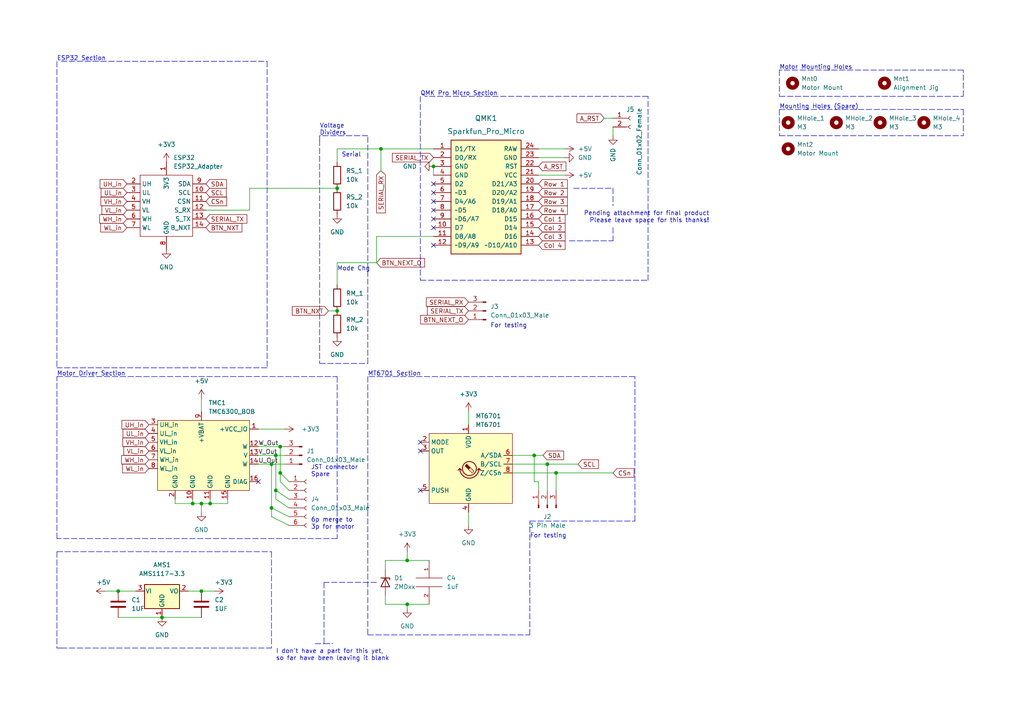
<source format=kicad_sch>
(kicad_sch (version 20211123) (generator eeschema)
  (paper "A4")
  (lib_symbols
    (symbol "Arduino Pro Micro:Sparkfun_Pro_Micro" (pin_names (offset 1.016))
      (property "Reference" "U" (at -8.89 21.59 0))
      (property "Value" "Sparkfun_Pro_Micro" (at 0 19.05 0))
      (symbol "Sparkfun_Pro_Micro_0_1"
        (rectangle (start -10.16 17.78) (end 10.16 -15.24) (stroke (width 0.254)) (fill (type background)))
      )
      (symbol "Sparkfun_Pro_Micro_1_1"
        (pin bidirectional line (at -15.24 15.24 0) (length 5.08) (name "D1/TX") (number "1"))
        (pin bidirectional line (at -15.24 -7.62 0) (length 5.08) (name "D7") (number "10"))
        (pin bidirectional line (at -15.24 -10.16 0) (length 5.08) (name "D8/A8") (number "11"))
        (pin bidirectional line (at -15.24 -12.7 0) (length 5.08) (name "~D9/A9") (number "12"))
        (pin bidirectional line (at 15.24 -12.7 180) (length 5.08) (name "~D10/A10") (number "13"))
        (pin bidirectional line (at 15.24 -10.16 180) (length 5.08) (name "D16") (number "14"))
        (pin bidirectional line (at 15.24 -7.62 180) (length 5.08) (name "D14") (number "15"))
        (pin bidirectional line (at 15.24 -5.08 180) (length 5.08) (name "D15") (number "16"))
        (pin bidirectional line (at 15.24 -2.54 180) (length 5.08) (name "D18/A0") (number "17"))
        (pin bidirectional line (at 15.24 0 180) (length 5.08) (name "D19/A1") (number "18"))
        (pin bidirectional line (at 15.24 2.54 180) (length 5.08) (name "D20/A2") (number "19"))
        (pin bidirectional line (at -15.24 12.7 0) (length 5.08) (name "D0/RX") (number "2"))
        (pin bidirectional line (at 15.24 5.08 180) (length 5.08) (name "D21/A3") (number "20"))
        (pin power_in line (at 15.24 7.62 180) (length 5.08) (name "VCC") (number "21"))
        (pin input line (at 15.24 10.16 180) (length 5.08) (name "RST") (number "22"))
        (pin power_in line (at 15.24 12.7 180) (length 5.08) (name "GND") (number "23"))
        (pin power_in line (at 15.24 15.24 180) (length 5.08) (name "RAW") (number "24"))
        (pin power_in line (at -15.24 10.16 0) (length 5.08) (name "GND") (number "3"))
        (pin power_in line (at -15.24 7.62 0) (length 5.08) (name "GND") (number "4"))
        (pin bidirectional line (at -15.24 5.08 0) (length 5.08) (name "D2") (number "5"))
        (pin bidirectional line (at -15.24 2.54 0) (length 5.08) (name "~D3") (number "6"))
        (pin bidirectional line (at -15.24 0 0) (length 5.08) (name "D4/A6") (number "7"))
        (pin bidirectional line (at -15.24 -2.54 0) (length 5.08) (name "~D5") (number "8"))
        (pin bidirectional line (at -15.24 -5.08 0) (length 5.08) (name "~D6/A7") (number "9"))
      )
    )
    (symbol "Connector:Conn_01x02_Female" (pin_names (offset 1.016) hide)
      (property "Reference" "J" (at 0 2.54 0))
      (property "Value" "Conn_01x02_Female" (at 0 -5.08 0))
      (symbol "Conn_01x02_Female_1_1"
        (arc (start 0 -2.032) (mid -0.508 -2.54) (end 0 -3.048) (stroke (width 0.1524)))
        (polyline (pts (xy -1.27 -2.54) (xy -0.508 -2.54)) (stroke (width 0.1524)))
        (polyline (pts (xy -1.27 0) (xy -0.508 0)) (stroke (width 0.1524)))
        (arc (start 0 0.508) (mid -0.508 0) (end 0 -0.508) (stroke (width 0.1524)))
        (pin passive line (at -5.08 0 0) (length 3.81) (name "Pin_1") (number "1"))
        (pin passive line (at -5.08 -2.54 0) (length 3.81) (name "Pin_2") (number "2"))
      )
    )
    (symbol "Connector:Conn_01x03_Male" (pin_names (offset 1.016) hide)
      (property "Reference" "J" (at 0 5.08 0))
      (property "Value" "Conn_01x03_Male" (at 0 -5.08 0))
      (symbol "Conn_01x03_Male_1_1"
        (polyline (pts (xy 1.27 -2.54) (xy 0.8636 -2.54)) (stroke (width 0.1524)))
        (polyline (pts (xy 1.27 0) (xy 0.8636 0)) (stroke (width 0.1524)))
        (polyline (pts (xy 1.27 2.54) (xy 0.8636 2.54)) (stroke (width 0.1524)))
        (rectangle (start 0.8636 -2.413) (end 0 -2.667) (stroke (width 0.1524)) (fill (type outline)))
        (rectangle (start 0.8636 0.127) (end 0 -0.127) (stroke (width 0.1524)) (fill (type outline)))
        (rectangle (start 0.8636 2.667) (end 0 2.413) (stroke (width 0.1524)) (fill (type outline)))
        (pin passive line (at 5.08 2.54 180) (length 3.81) (name "Pin_1") (number "1"))
        (pin passive line (at 5.08 0 180) (length 3.81) (name "Pin_2") (number "2"))
        (pin passive line (at 5.08 -2.54 180) (length 3.81) (name "Pin_3") (number "3"))
      )
    )
    (symbol "Connector:Conn_01x06_Female" (pin_names (offset 1.016) hide)
      (property "Reference" "J" (at 0 7.62 0))
      (property "Value" "Conn_01x06_Female" (at 0 -10.16 0))
      (symbol "Conn_01x06_Female_1_1"
        (arc (start 0 -7.112) (mid -0.508 -7.62) (end 0 -8.128) (stroke (width 0.1524)))
        (arc (start 0 -4.572) (mid -0.508 -5.08) (end 0 -5.588) (stroke (width 0.1524)))
        (arc (start 0 -2.032) (mid -0.508 -2.54) (end 0 -3.048) (stroke (width 0.1524)))
        (polyline (pts (xy -1.27 -7.62) (xy -0.508 -7.62)) (stroke (width 0.1524)))
        (polyline (pts (xy -1.27 -5.08) (xy -0.508 -5.08)) (stroke (width 0.1524)))
        (polyline (pts (xy -1.27 -2.54) (xy -0.508 -2.54)) (stroke (width 0.1524)))
        (polyline (pts (xy -1.27 0) (xy -0.508 0)) (stroke (width 0.1524)))
        (polyline (pts (xy -1.27 2.54) (xy -0.508 2.54)) (stroke (width 0.1524)))
        (polyline (pts (xy -1.27 5.08) (xy -0.508 5.08)) (stroke (width 0.1524)))
        (arc (start 0 0.508) (mid -0.508 0) (end 0 -0.508) (stroke (width 0.1524)))
        (arc (start 0 3.048) (mid -0.508 2.54) (end 0 2.032) (stroke (width 0.1524)))
        (arc (start 0 5.588) (mid -0.508 5.08) (end 0 4.572) (stroke (width 0.1524)))
        (pin passive line (at -5.08 5.08 0) (length 3.81) (name "Pin_1") (number "1"))
        (pin passive line (at -5.08 2.54 0) (length 3.81) (name "Pin_2") (number "2"))
        (pin passive line (at -5.08 0 0) (length 3.81) (name "Pin_3") (number "3"))
        (pin passive line (at -5.08 -2.54 0) (length 3.81) (name "Pin_4") (number "4"))
        (pin passive line (at -5.08 -5.08 0) (length 3.81) (name "Pin_5") (number "5"))
        (pin passive line (at -5.08 -7.62 0) (length 3.81) (name "Pin_6") (number "6"))
      )
    )
    (symbol "Device:C" (pin_numbers hide) (pin_names (offset 0.254))
      (property "Reference" "C" (at 0.635 2.54 0))
      (property "Value" "C" (at 0.635 -2.54 0))
      (symbol "C_0_1"
        (polyline (pts (xy -2.032 -0.762) (xy 2.032 -0.762)) (stroke (width 0.508)))
        (polyline (pts (xy -2.032 0.762) (xy 2.032 0.762)) (stroke (width 0.508)))
      )
      (symbol "C_1_1"
        (pin passive line (at 0 3.81 270) (length 2.794) (name "~") (number "1"))
        (pin passive line (at 0 -3.81 90) (length 2.794) (name "~") (number "2"))
      )
    )
    (symbol "Device:R" (pin_numbers hide) (pin_names (offset 0))
      (property "Reference" "R" (at 2.032 0 90))
      (property "Value" "R" (at 0 0 90))
      (symbol "R_0_1"
        (rectangle (start -1.016 -2.54) (end 1.016 2.54) (stroke (width 0.254)))
      )
      (symbol "R_1_1"
        (pin passive line (at 0 3.81 270) (length 1.27) (name "~") (number "1"))
        (pin passive line (at 0 -3.81 90) (length 1.27) (name "~") (number "2"))
      )
    )
    (symbol "Diode:ZMDxx" (pin_numbers hide) (pin_names (offset 1.016) hide)
      (property "Reference" "D" (at 0 2.54 0))
      (property "Value" "ZMDxx" (at 0 -2.54 0))
      (symbol "ZMDxx_0_1"
        (polyline (pts (xy 1.27 0) (xy -1.27 0)))
        (polyline (pts (xy -1.27 -1.27) (xy -1.27 1.27) (xy -0.762 1.27)) (stroke (width 0.254)))
        (polyline (pts (xy 1.27 -1.27) (xy 1.27 1.27) (xy -1.27 0) (xy 1.27 -1.27)) (stroke (width 0.254)))
      )
      (symbol "ZMDxx_1_1"
        (pin passive line (at -3.81 0 0) (length 2.54) (name "K") (number "1"))
        (pin passive line (at 3.81 0 180) (length 2.54) (name "A") (number "2"))
      )
    )
    (symbol "MT6701:MT6701"
      (property "Reference" "U" (at 10.16 11.43 0))
      (property "Value" "MT6701" (at 10.16 13.97 0))
      (symbol "MT6701_0_1"
        (rectangle (start -11.43 10.16) (end 12.7 -10.16) (fill (type background)))
        (arc (start -2.54 0) (mid 0.254 -2.794) (end 3.048 0) (stroke (width 0.254)))
        (polyline (pts (xy -2.54 0) (xy -3.048 -0.508)) (stroke (width 0.254)))
        (polyline (pts (xy -2.54 0) (xy -2.032 -0.508)) (stroke (width 0.254)))
        (polyline (pts (xy 3.048 0) (xy 2.54 -0.508)) (stroke (width 0.254)))
        (polyline (pts (xy 3.048 0) (xy 3.556 -0.508)) (stroke (width 0.254)))
      )
      (symbol "MT6701_1_1"
        (polyline (pts (xy 0.508 0.254) (xy 1.524 -0.762) (xy 1.016 -1.27) (xy 0 -0.254)))
        (polyline (pts (xy -0.508 1.27) (xy 0.508 0.254) (xy 0 -0.254) (xy -1.016 0.762) (xy -0.762 1.016) (xy -0.508 1.27) (xy -0.381 1.143)) (fill (type outline)))
        (circle (center 0.254 0) (radius 2.032) (stroke (width 0.254)))
        (pin power_in line (at 0 12.7 270) (length 2.54) (name "VDD") (number "1"))
        (pin input line (at -13.97 7.62 0) (length 2.54) (name "MODE") (number "2"))
        (pin input line (at -13.97 5.08 0) (length 2.54) (name "OUT") (number "3"))
        (pin power_in line (at 0 -12.7 90) (length 2.54) (name "GND") (number "4"))
        (pin input line (at -13.97 -6.35 0) (length 2.54) (name "PUSH") (number "5"))
        (pin bidirectional line (at 12.7 3.81 180) (length 2.54) (name "A/SDA") (number "6"))
        (pin bidirectional line (at 12.7 1.27 180) (length 2.54) (name "B/SCL") (number "7"))
        (pin bidirectional line (at 12.7 -1.27 180) (length 2.54) (name "Z/CSn") (number "8"))
      )
    )
    (symbol "Mechanical:MountingHole" (pin_names (offset 1.016))
      (property "Reference" "H" (at 0 5.08 0))
      (property "Value" "MountingHole" (at 0 3.175 0))
      (symbol "MountingHole_0_1"
        (circle (center 0 0) (radius 1.27) (stroke (width 1.27)))
      )
    )
    (symbol "Regulator_Linear:AMS1117-3.3" (pin_names (offset 0.254))
      (property "Reference" "U" (at -3.81 3.175 0))
      (property "Value" "AMS1117-3.3" (at 0 3.175 0))
      (symbol "AMS1117-3.3_0_1"
        (rectangle (start -5.08 -5.08) (end 5.08 1.905) (stroke (width 0.254)) (fill (type background)))
      )
      (symbol "AMS1117-3.3_1_1"
        (pin power_in line (at 0 -7.62 90) (length 2.54) (name "GND") (number "1"))
        (pin power_out line (at 7.62 0 180) (length 2.54) (name "VO") (number "2"))
        (pin power_in line (at -7.62 0 0) (length 2.54) (name "VI") (number "3"))
      )
    )
    (symbol "TMC6300_BOB:TMC6300_BOB"
      (property "Reference" "U" (at 10.16 12.7 0))
      (property "Value" "TMC6300_BOB" (at 10.16 15.24 0))
      (symbol "TMC6300_BOB_0_1"
        (rectangle (start -12.7 10.16) (end 13.97 -10.16) (fill (type background)))
      )
      (symbol "TMC6300_BOB_1_1"
        (pin input line (at 16.51 7.62 180) (length 2.54) (name "+VCC_IO") (number "1"))
        (pin power_in line (at -2.54 -12.7 90) (length 2.54) (name "GND") (number "10"))
        (pin power_in line (at 2.54 -12.7 90) (length 2.54) (name "GND") (number "11"))
        (pin output line (at 16.51 2.54 180) (length 2.54) (name "W") (number "12"))
        (pin output line (at 16.51 0 180) (length 2.54) (name "V") (number "13"))
        (pin output line (at 16.51 -2.54 180) (length 2.54) (name "W") (number "14"))
        (pin power_in line (at 7.62 -12.7 90) (length 2.54) (name "GND") (number "15"))
        (pin output line (at 16.51 -7.62 180) (length 2.54) (name "DIAG") (number "16"))
        (pin power_in line (at -7.62 -12.7 90) (length 2.54) (name "GND") (number "2"))
        (pin input line (at -15.24 8.89 0) (length 2.54) (name "UH_in") (number "3"))
        (pin input line (at -15.24 6.35 0) (length 2.54) (name "UL_in") (number "4"))
        (pin input line (at -15.24 3.81 0) (length 2.54) (name "VH_in") (number "5"))
        (pin input line (at -15.24 1.27 0) (length 2.54) (name "VL_in") (number "6"))
        (pin input line (at -15.24 -1.27 0) (length 2.54) (name "WH_in") (number "7"))
        (pin input line (at -15.24 -3.81 0) (length 2.54) (name "WL_in") (number "8"))
        (pin power_in line (at 0 12.7 270) (length 2.54) (name "+VBAT") (number "9"))
      )
    )
    (symbol "Wemos S2 Mini (BETA):ESP32_Adapter"
      (property "Reference" "U" (at 2.54 11.43 0))
      (property "Value" "ESP32_Adapter" (at 8.89 8.89 0))
      (symbol "ESP32_Adapter_0_1"
        (rectangle (start -7.62 7.62) (end 7.62 -10.16))
      )
      (symbol "ESP32_Adapter_1_1"
        (pin passive line (at 0 11.43 270) (length 3.81) (name "3V3") (number "1"))
        (pin passive line (at 11.43 2.54 180) (length 3.81) (name "SCL") (number "10"))
        (pin passive line (at 11.43 0 180) (length 3.81) (name "CSN") (number "11"))
        (pin passive line (at 11.43 -2.54 180) (length 3.81) (name "S_RX") (number "12"))
        (pin passive line (at 11.43 -5.08 180) (length 3.81) (name "S_TX") (number "13"))
        (pin passive line (at 11.43 -7.62 180) (length 3.81) (name "B_NXT") (number "14"))
        (pin passive line (at -11.43 5.08 0) (length 3.81) (name "UH") (number "2"))
        (pin passive line (at -11.43 2.54 0) (length 3.81) (name "UL") (number "3"))
        (pin passive line (at -11.43 0 0) (length 3.81) (name "VH") (number "4"))
        (pin passive line (at -11.43 -2.54 0) (length 3.81) (name "VL") (number "5"))
        (pin passive line (at -11.43 -5.08 0) (length 3.81) (name "WH") (number "6"))
        (pin passive line (at -11.43 -7.62 0) (length 3.81) (name "WL") (number "7"))
        (pin passive line (at 0 -13.97 90) (length 3.81) (name "GND") (number "8"))
        (pin passive line (at 11.43 5.08 180) (length 3.81) (name "SDA") (number "9"))
      )
    )
    (symbol "power:+3.3V" (power) (pin_names (offset 0))
      (property "Value" "+3.3V" (at 0 3.556 0))
      (symbol "+3.3V_0_1"
        (polyline (pts (xy -0.762 1.27) (xy 0 2.54)))
        (polyline (pts (xy 0 0) (xy 0 2.54)))
        (polyline (pts (xy 0 2.54) (xy 0.762 1.27)))
      )
      (symbol "+3.3V_1_1"
        (pin power_in line (at 0 0 90) (length 0) hide (name "+3V3") (number "1"))
      )
    )
    (symbol "power:+3V3" (power) (pin_names (offset 0))
      (property "Value" "+3V3" (at 0 3.556 0))
      (symbol "+3V3_0_1"
        (polyline (pts (xy -0.762 1.27) (xy 0 2.54)))
        (polyline (pts (xy 0 0) (xy 0 2.54)))
        (polyline (pts (xy 0 2.54) (xy 0.762 1.27)))
      )
      (symbol "+3V3_1_1"
        (pin power_in line (at 0 0 90) (length 0) hide (name "+3V3") (number "1"))
      )
    )
    (symbol "power:+5V" (power) (pin_names (offset 0))
      (property "Value" "+5V" (at 0 3.556 0))
      (symbol "+5V_0_1"
        (polyline (pts (xy -0.762 1.27) (xy 0 2.54)))
        (polyline (pts (xy 0 0) (xy 0 2.54)))
        (polyline (pts (xy 0 2.54) (xy 0.762 1.27)))
      )
      (symbol "+5V_1_1"
        (pin power_in line (at 0 0 90) (length 0) hide (name "+5V") (number "1"))
      )
    )
    (symbol "power:GND" (power) (pin_names (offset 0))
      (property "Value" "GND" (at 0 -3.81 0))
      (symbol "GND_0_1"
        (polyline (pts (xy 0 0) (xy 0 -1.27) (xy 1.27 -1.27) (xy 0 -2.54) (xy -1.27 -1.27) (xy 0 -1.27)))
      )
      (symbol "GND_1_1"
        (pin power_in line (at 0 0 270) (length 0) hide (name "GND") (number "1"))
      )
    )
    (symbol "pspice:CAP" (pin_names (offset 0.254))
      (property "Reference" "C" (at 2.54 3.81 90))
      (property "Value" "CAP" (at 2.54 -3.81 90))
      (symbol "CAP_0_1"
        (polyline (pts (xy -3.81 -1.27) (xy 3.81 -1.27)))
        (polyline (pts (xy -3.81 1.27) (xy 3.81 1.27)))
      )
      (symbol "CAP_1_1"
        (pin passive line (at 0 6.35 270) (length 5.08) (name "~") (number "1"))
        (pin passive line (at 0 -6.35 90) (length 5.08) (name "~") (number "2"))
      )
    )
  )
  (junction (at 118.11 175.26))
  (junction (at 97.79 54.61))
  (junction (at 80.01 142.24))
  (junction (at 81.28 137.16))
  (junction (at 154.94 132.08))
  (junction (at 34.29 171.45))
  (junction (at 58.42 146.05))
  (junction (at 80.01 132.08))
  (junction (at 78.74 147.32))
  (junction (at 81.28 129.54))
  (junction (at 78.74 134.62))
  (junction (at 60.96 146.05))
  (junction (at 158.75 134.62))
  (junction (at 125.73 48.26))
  (junction (at 118.11 162.56))
  (junction (at 55.88 146.05))
  (junction (at 110.49 43.18))
  (junction (at 97.79 90.17))
  (junction (at 46.99 179.07))
  (junction (at 161.29 137.16))
  (junction (at 58.42 171.45))
  (no_connect (at 121.92 142.24))
  (no_connect (at 125.73 60.96))
  (no_connect (at 125.73 66.04))
  (no_connect (at 125.73 55.88))
  (no_connect (at 121.92 128.27))
  (no_connect (at 121.92 130.81))
  (no_connect (at 125.73 63.5))
  (no_connect (at 74.93 139.7))
  (no_connect (at 125.73 53.34))
  (no_connect (at 125.73 71.12))
  (no_connect (at 125.73 58.42))
  (polyline (pts (xy 92.71 40.64) (xy 92.71 105.41)))
  (wire (pts (xy 80.01 132.08) (xy 82.55 132.08)))
  (wire (pts (xy 78.74 134.62) (xy 78.74 147.32)))
  (polyline (pts (xy 77.47 17.78) (xy 77.47 106.68)))
  (wire (pts (xy 55.88 146.05) (xy 58.42 146.05)))
  (polyline (pts (xy 109.22 168.91) (xy 93.98 168.91)))
  (wire (pts (xy 59.69 60.96) (xy 72.39 60.96)))
  (polyline (pts (xy 17.78 187.96) (xy 16.51 187.96)))
  (wire (pts (xy 74.93 132.08) (xy 80.01 132.08)))
  (wire (pts (xy 148.59 134.62) (xy 158.75 134.62)))
  (wire (pts (xy 97.79 43.18) (xy 110.49 43.18)))
  (polyline (pts (xy 106.68 105.41) (xy 106.68 39.37)))
  (wire (pts (xy 58.42 171.45) (xy 62.23 171.45)))
  (polyline (pts (xy 187.96 81.28) (xy 187.96 27.94)))
  (wire (pts (xy 74.93 124.46) (xy 82.55 124.46)))
  (polyline (pts (xy 93.98 168.91) (xy 93.98 186.69)))
  (wire (pts (xy 109.22 68.58) (xy 109.22 76.2)))
  (polyline (pts (xy 184.15 109.22) (xy 106.68 109.22)))
  (polyline (pts (xy 177.8 66.04) (xy 177.8 69.85)))
  (polyline (pts (xy 226.06 31.75) (xy 279.4 31.75)))
  (wire (pts (xy 58.42 146.05) (xy 58.42 148.59)))
  (polyline (pts (xy 187.96 27.94) (xy 123.19 27.94)))
  (polyline (pts (xy 17.78 17.78) (xy 77.47 17.78)))
  (polyline (pts (xy 97.79 109.22) (xy 97.79 156.21)))
  (wire (pts (xy 148.59 132.08) (xy 154.94 132.08)))
  (wire (pts (xy 50.8 144.78) (xy 50.8 146.05)))
  (polyline (pts (xy 121.92 81.28) (xy 187.96 81.28)))
  (polyline (pts (xy 91.44 186.69) (xy 93.98 186.69)))
  (wire (pts (xy 156.21 45.72) (xy 163.83 45.72)))
  (wire (pts (xy 135.89 119.38) (xy 135.89 123.19)))
  (wire (pts (xy 161.29 137.16) (xy 177.8 137.16)))
  (polyline (pts (xy 153.67 151.13) (xy 184.15 151.13)))
  (wire (pts (xy 78.74 149.86) (xy 78.74 147.32)))
  (wire (pts (xy 154.94 132.08) (xy 157.48 132.08)))
  (wire (pts (xy 60.96 146.05) (xy 58.42 146.05)))
  (wire (pts (xy 135.89 148.59) (xy 135.89 152.4)))
  (wire (pts (xy 154.94 132.08) (xy 154.94 139.7)))
  (wire (pts (xy 97.79 43.18) (xy 97.79 46.99)))
  (polyline (pts (xy 16.51 160.02) (xy 78.74 160.02)))
  (wire (pts (xy 109.22 68.58) (xy 125.73 68.58)))
  (wire (pts (xy 148.59 137.16) (xy 161.29 137.16)))
  (polyline (pts (xy 92.71 105.41) (xy 106.68 105.41)))
  (polyline (pts (xy 121.92 27.94) (xy 121.92 81.28)))
  (wire (pts (xy 118.11 175.26) (xy 118.11 176.53)))
  (polyline (pts (xy 106.68 184.15) (xy 153.67 184.15)))
  (wire (pts (xy 81.28 137.16) (xy 83.82 139.7)))
  (polyline (pts (xy 226.06 31.75) (xy 226.06 39.37)))
  (wire (pts (xy 83.82 147.32) (xy 80.01 144.78)))
  (wire (pts (xy 54.61 171.45) (xy 58.42 171.45)))
  (wire (pts (xy 55.88 144.78) (xy 55.88 146.05)))
  (wire (pts (xy 125.73 48.26) (xy 125.73 50.8)))
  (wire (pts (xy 156.21 43.18) (xy 163.83 43.18)))
  (wire (pts (xy 95.25 90.17) (xy 97.79 90.17)))
  (polyline (pts (xy 279.4 31.75) (xy 279.4 39.37)))
  (wire (pts (xy 66.04 144.78) (xy 66.04 146.05)))
  (wire (pts (xy 81.28 139.7) (xy 81.28 137.16)))
  (wire (pts (xy 34.29 171.45) (xy 39.37 171.45)))
  (wire (pts (xy 97.79 76.2) (xy 97.79 82.55)))
  (polyline (pts (xy 153.67 184.15) (xy 153.67 151.13)))
  (wire (pts (xy 83.82 142.24) (xy 81.28 139.7)))
  (polyline (pts (xy 16.51 109.22) (xy 97.79 109.22)))
  (polyline (pts (xy 226.06 20.32) (xy 226.06 27.94)))
  (wire (pts (xy 83.82 152.4) (xy 78.74 149.86)))
  (wire (pts (xy 124.46 162.56) (xy 118.11 162.56)))
  (wire (pts (xy 78.74 134.62) (xy 82.55 134.62)))
  (wire (pts (xy 46.99 179.07) (xy 58.42 179.07)))
  (wire (pts (xy 80.01 142.24) (xy 83.82 144.78)))
  (wire (pts (xy 80.01 132.08) (xy 80.01 142.24)))
  (wire (pts (xy 158.75 134.62) (xy 158.75 142.24)))
  (wire (pts (xy 154.94 139.7) (xy 156.21 139.7)))
  (polyline (pts (xy 92.71 39.37) (xy 92.71 40.64)))
  (polyline (pts (xy 106.68 39.37) (xy 92.71 39.37)))
  (polyline (pts (xy 226.06 27.94) (xy 279.4 27.94)))
  (wire (pts (xy 110.49 43.18) (xy 110.49 49.53)))
  (wire (pts (xy 81.28 129.54) (xy 81.28 137.16)))
  (wire (pts (xy 34.29 179.07) (xy 46.99 179.07)))
  (polyline (pts (xy 17.78 187.96) (xy 78.74 187.96)))
  (polyline (pts (xy 16.51 156.21) (xy 16.51 109.22)))
  (wire (pts (xy 81.28 129.54) (xy 82.55 129.54)))
  (wire (pts (xy 74.93 134.62) (xy 78.74 134.62)))
  (wire (pts (xy 72.39 54.61) (xy 97.79 54.61)))
  (polyline (pts (xy 106.68 109.22) (xy 106.68 184.15)))
  (polyline (pts (xy 184.15 151.13) (xy 184.15 109.22)))
  (polyline (pts (xy 77.47 106.68) (xy 16.51 106.68)))
  (wire (pts (xy 50.8 146.05) (xy 55.88 146.05)))
  (wire (pts (xy 111.76 162.56) (xy 118.11 162.56)))
  (polyline (pts (xy 165.1 69.85) (xy 177.8 69.85)))
  (wire (pts (xy 124.46 175.26) (xy 118.11 175.26)))
  (wire (pts (xy 111.76 172.72) (xy 111.76 175.26)))
  (wire (pts (xy 66.04 146.05) (xy 60.96 146.05)))
  (polyline (pts (xy 166.37 54.61) (xy 177.8 54.61)))
  (wire (pts (xy 80.01 144.78) (xy 80.01 142.24)))
  (wire (pts (xy 83.82 149.86) (xy 78.74 147.32)))
  (wire (pts (xy 74.93 129.54) (xy 81.28 129.54)))
  (wire (pts (xy 177.8 36.83) (xy 177.8 39.37)))
  (wire (pts (xy 111.76 165.1) (xy 111.76 162.56)))
  (wire (pts (xy 156.21 139.7) (xy 156.21 142.24)))
  (wire (pts (xy 58.42 115.57) (xy 58.42 119.38)))
  (wire (pts (xy 161.29 137.16) (xy 161.29 142.24)))
  (wire (pts (xy 109.22 76.2) (xy 97.79 76.2)))
  (polyline (pts (xy 97.79 156.21) (xy 16.51 156.21)))
  (polyline (pts (xy 226.06 39.37) (xy 279.4 39.37)))
  (polyline (pts (xy 16.51 160.02) (xy 16.51 187.96)))
  (polyline (pts (xy 177.8 54.61) (xy 177.8 59.69)))
  (wire (pts (xy 60.96 144.78) (xy 60.96 146.05)))
  (wire (pts (xy 158.75 134.62) (xy 167.64 134.62)))
  (wire (pts (xy 30.48 171.45) (xy 34.29 171.45)))
  (wire (pts (xy 156.21 50.8) (xy 163.83 50.8)))
  (wire (pts (xy 111.76 175.26) (xy 118.11 175.26)))
  (wire (pts (xy 118.11 162.56) (xy 118.11 160.02)))
  (wire (pts (xy 72.39 60.96) (xy 72.39 54.61)))
  (wire (pts (xy 175.26 34.29) (xy 177.8 34.29)))
  (polyline (pts (xy 78.74 160.02) (xy 78.74 187.96)))
  (polyline (pts (xy 16.51 17.78) (xy 16.51 106.68)))
  (polyline (pts (xy 279.4 20.32) (xy 226.06 20.32)))
  (wire (pts (xy 110.49 43.18) (xy 125.73 43.18)))
  (polyline (pts (xy 279.4 27.94) (xy 279.4 20.32)))
  (polyline (pts (xy 93.98 186.69) (xy 96.52 186.69)))
  (text "Mode Chg" (at 97.79 78.74 0) (effects (font (size 1.27 1.27)) (justify left bottom)))
  (text "For testing" (at 142.24 95.25 0) (effects (font (size 1.27 1.27)) (justify left bottom)))
  (text "Pending attachment for final product\nPlease leave space for this thanks!" (at 205.74 64.77 0) (effects (font (size 1.27 1.27)) (justify right bottom)))
  (text "6p merge to \n3p for motor" (at 90.17 153.67 0) (effects (font (size 1.27 1.27)) (justify left bottom)))
  (text "JST connector\nSpare" (at 90.17 138.43 0) (effects (font (size 1.27 1.27)) (justify left bottom)))
  (text "Motor Mounting Holes" (at 226.06 20.32 0) (effects (font (size 1.27 1.27)) (justify left bottom)))
  (text "For testing" (at 153.67 156.21 0) (effects (font (size 1.27 1.27)) (justify left bottom)))
  (text "Serial" (at 99.06 45.72 0) (effects (font (size 1.27 1.27)) (justify left bottom)))
  (text "ESP32 Section" (at 16.51 17.78 0) (effects (font (size 1.27 1.27)) (justify left bottom)))
  (text "Mounting Holes (Spare)" (at 226.06 31.75 0) (effects (font (size 1.27 1.27)) (justify left bottom)))
  (text "Voltage\nDividers" (at 92.71 39.37 0) (effects (font (size 1.27 1.27)) (justify left bottom)))
  (text "MT6701 Section" (at 106.68 109.22 0) (effects (font (size 1.27 1.27)) (justify left bottom)))
  (text "I don't have a part for this yet, \nso far have been leaving it blank" (at 80.01 191.77 0) (effects (font (size 1.27 1.27)) (justify left bottom)))
  (text "QMK Pro Micro Section" (at 121.92 27.94 0) (effects (font (size 1.27 1.27)) (justify left bottom)))
  (text "Motor Driver Section" (at 16.51 109.22 0) (effects (font (size 1.27 1.27)) (justify left bottom)))
  (label "W_Out" (at 74.93 129.54 0))
  (label "V_Out" (at 74.93 132.08 0))
  (label "U_Out" (at 74.93 134.62 0))
  (global_label "UL_in" (shape input) (at 43.18 125.73 180) (property "Intersheet References" "${INTERSHEET_REFS}" (effects hide)))
  (global_label "A_RST" (shape input) (at 175.26 34.29 180) (property "Intersheet References" "${INTERSHEET_REFS}" (effects hide)))
  (global_label "SERIAL_RX" (shape input) (at 135.89 87.63 180) (property "Intersheet References" "${INTERSHEET_REFS}" (effects hide)))
  (global_label "Row 1" (shape input) (at 156.21 53.34 0) (property "Intersheet References" "${INTERSHEET_REFS}" (effects hide)))
  (global_label "VH_in" (shape input) (at 36.83 58.42 180) (property "Intersheet References" "${INTERSHEET_REFS}" (effects hide)))
  (global_label "WH_in" (shape input) (at 43.18 133.35 180) (property "Intersheet References" "${INTERSHEET_REFS}" (effects hide)))
  (global_label "SERIAL_TX" (shape input) (at 125.73 45.72 180) (property "Intersheet References" "${INTERSHEET_REFS}" (effects hide)))
  (global_label "WL_in" (shape input) (at 36.83 66.04 180) (property "Intersheet References" "${INTERSHEET_REFS}" (effects hide)))
  (global_label "BTN_NEXT_O" (shape input) (at 135.89 92.71 180) (property "Intersheet References" "${INTERSHEET_REFS}" (effects hide)))
  (global_label "BTN_NXT" (shape input) (at 59.69 66.04 0) (property "Intersheet References" "${INTERSHEET_REFS}" (effects hide)))
  (global_label "Col 3" (shape input) (at 156.21 68.58 0) (property "Intersheet References" "${INTERSHEET_REFS}" (effects hide)))
  (global_label "BTN_NEXT_O" (shape input) (at 109.22 76.2 0) (property "Intersheet References" "${INTERSHEET_REFS}" (effects hide)))
  (global_label "SDA" (shape input) (at 157.48 132.08 0) (property "Intersheet References" "${INTERSHEET_REFS}" (effects hide)))
  (global_label "SCL" (shape input) (at 59.69 55.88 0) (property "Intersheet References" "${INTERSHEET_REFS}" (effects hide)))
  (global_label "UH_in" (shape input) (at 36.83 53.34 180) (property "Intersheet References" "${INTERSHEET_REFS}" (effects hide)))
  (global_label "BTN_NXT" (shape input) (at 95.25 90.17 180) (property "Intersheet References" "${INTERSHEET_REFS}" (effects hide)))
  (global_label "Col 1" (shape input) (at 156.21 63.5 0) (property "Intersheet References" "${INTERSHEET_REFS}" (effects hide)))
  (global_label "Row 4" (shape input) (at 156.21 60.96 0) (property "Intersheet References" "${INTERSHEET_REFS}" (effects hide)))
  (global_label "Row 3" (shape input) (at 156.21 58.42 0) (property "Intersheet References" "${INTERSHEET_REFS}" (effects hide)))
  (global_label "SERIAL_RX" (shape input) (at 110.49 49.53 270) (property "Intersheet References" "${INTERSHEET_REFS}" (effects hide)))
  (global_label "CSn" (shape input) (at 177.8 137.16 0) (property "Intersheet References" "${INTERSHEET_REFS}" (effects hide)))
  (global_label "Row 2" (shape input) (at 156.21 55.88 0) (property "Intersheet References" "${INTERSHEET_REFS}" (effects hide)))
  (global_label "Col 4" (shape input) (at 156.21 71.12 0) (property "Intersheet References" "${INTERSHEET_REFS}" (effects hide)))
  (global_label "VH_in" (shape input) (at 43.18 128.27 180) (property "Intersheet References" "${INTERSHEET_REFS}" (effects hide)))
  (global_label "SERIAL_TX" (shape input) (at 59.69 63.5 0) (property "Intersheet References" "${INTERSHEET_REFS}" (effects hide)))
  (global_label "CSn" (shape input) (at 59.69 58.42 0) (property "Intersheet References" "${INTERSHEET_REFS}" (effects hide)))
  (global_label "VL_in" (shape input) (at 43.18 130.81 180) (property "Intersheet References" "${INTERSHEET_REFS}" (effects hide)))
  (global_label "SCL" (shape input) (at 167.64 134.62 0) (property "Intersheet References" "${INTERSHEET_REFS}" (effects hide)))
  (global_label "UL_in" (shape input) (at 36.83 55.88 180) (property "Intersheet References" "${INTERSHEET_REFS}" (effects hide)))
  (global_label "SERIAL_TX" (shape input) (at 135.89 90.17 180) (property "Intersheet References" "${INTERSHEET_REFS}" (effects hide)))
  (global_label "A_RST" (shape input) (at 156.21 48.26 0) (property "Intersheet References" "${INTERSHEET_REFS}" (effects hide)))
  (global_label "UH_in" (shape input) (at 43.18 123.19 180) (property "Intersheet References" "${INTERSHEET_REFS}" (effects hide)))
  (global_label "WL_in" (shape input) (at 43.18 135.89 180) (property "Intersheet References" "${INTERSHEET_REFS}" (effects hide)))
  (global_label "SDA" (shape input) (at 59.69 53.34 0) (property "Intersheet References" "${INTERSHEET_REFS}" (effects hide)))
  (global_label "VL_in" (shape input) (at 36.83 60.96 180) (property "Intersheet References" "${INTERSHEET_REFS}" (effects hide)))
  (global_label "Col 2" (shape input) (at 156.21 66.04 0) (property "Intersheet References" "${INTERSHEET_REFS}" (effects hide)))
  (global_label "WH_in" (shape input) (at 36.83 63.5 180) (property "Intersheet References" "${INTERSHEET_REFS}" (effects hide)))
  (symbol (lib_id "Device:R") (at 97.79 58.42 0) (unit 1)
    (property "Reference" "RS_2" (at 100.33 57.1499 0) (effects (justify left)))
    (property "Value" "10k" (at 100.33 59.6899 0) (effects (justify left)))
    (property "Footprint" "Resistor_SMD:R_0603_1608Metric_Pad0.98x0.95mm_HandSolder" (effects hide))
  )
  (symbol (lib_id "Connector:Conn_01x03_Male") (at 140.97 90.17 180) (unit 1)
    (property "Reference" "J3" (at 142.24 88.8999 0) (effects (justify right)))
    (property "Value" "Conn_01x03_Male" (at 142.24 91.4399 0) (effects (justify right)))
    (property "Footprint" "Connector_PinHeader_2.54mm:PinHeader_1x03_P2.54mm_Vertical" (effects hide))
  )
  (symbol (lib_id "Diode:ZMDxx") (at 111.76 168.91 270) (unit 1)
    (property "Reference" "D1" (at 114.3 167.6399 90) (effects (justify left)))
    (property "Value" "ZMDxx" (at 114.3 170.1799 90) (effects (justify left)))
    (property "Footprint" "Diode_SMD:D_SOD-123" (effects hide))
    (property "Datasheet" "http://diotec.com/tl_files/diotec/files/pdf/datasheets/zmd1" (effects hide))
  )
  (symbol (lib_id "power:+3.3V") (at 48.26 46.99 0) (unit 1)
    (property "Reference" "#PWR0109" (effects hide))
    (property "Value" "+3.3V" (at 48.26 41.91 0))
  )
  (symbol (lib_id "power:+5V") (at 163.83 43.18 270) (unit 1)
    (property "Reference" "#PWR0106" (effects hide))
    (property "Value" "+5V" (at 167.64 43.1799 90) (effects (justify left)))
  )
  (symbol (lib_id "Arduino Pro Micro:Sparkfun_Pro_Micro") (at 140.97 58.42 0) (unit 1)
    (property "Reference" "QMK1" (at 140.97 34.29 0) (effects (font (size 1.524 1.524))))
    (property "Value" "Sparkfun_Pro_Micro" (at 140.97 38.1 0) (effects (font (size 1.524 1.524))))
    (property "Footprint" "Arduino Pro Micro:Sparkfun_Pro_Micro" (effects hide))
    (property "Datasheet" "https://www.sparkfun.com/products/12640" (effects hide))
  )
  (symbol (lib_id "Mechanical:MountingHole") (at 229.87 24.13 0) (unit 1)
    (property "Reference" "Mnt0" (at 232.41 22.8599 0) (effects (justify left)))
    (property "Value" "Motor Mount" (at 232.41 25.3999 0) (effects (justify left)))
    (property "Footprint" "MT6701:BLDC Mount 3" (effects hide))
  )
  (symbol (lib_id "Connector:Conn_01x06_Female") (at 88.9 144.78 0) (unit 1)
    (property "Reference" "J4" (at 90.17 144.7799 0) (effects (justify left)))
    (property "Value" "Conn_01x03_Male" (at 90.17 147.3199 0) (effects (justify left)))
    (property "Footprint" "FFC FPC Connectors:Hirose_FH12-6S-0.5SH_1x06-1MP_P0.50mm_Horizontal" (effects hide))
  )
  (symbol (lib_id "pspice:CAP") (at 124.46 168.91 0) (unit 1)
    (property "Reference" "C4" (at 129.54 167.6399 0) (effects (justify left)))
    (property "Value" "1uF" (at 129.54 170.1799 0) (effects (justify left)))
    (property "Footprint" "Capacitor_SMD:C_0603_1608Metric_Pad1.08x0.95mm_HandSolder" (effects hide))
  )
  (symbol (lib_id "Connector:Conn_01x02_Female") (at 182.88 34.29 0) (unit 1)
    (property "Reference" "J5" (at 181.61 31.75 0) (effects (justify left)))
    (property "Value" "Conn_01x02_Female" (at 185.42 50.8 90) (effects (justify left)))
    (property "Footprint" "Connector_PinHeader_2.54mm:PinHeader_1x02_P2.54mm_Vertical" (effects hide))
  )
  (symbol (lib_id "Device:C") (at 34.29 175.26 0) (unit 1)
    (property "Reference" "C1" (at 38.1 173.9899 0) (effects (justify left)))
    (property "Value" "1UF" (at 38.1 176.5299 0) (effects (justify left)))
    (property "Footprint" "Capacitor_SMD:C_0603_1608Metric_Pad1.08x0.95mm_HandSolder" (effects hide))
  )
  (symbol (lib_id "power:+5V") (at 163.83 50.8 270) (unit 1)
    (property "Reference" "#PWR0101" (effects hide))
    (property "Value" "+5V" (at 167.64 50.7999 90) (effects (justify left)))
  )
  (symbol (lib_id "Device:R") (at 97.79 50.8 0) (unit 1)
    (property "Reference" "RS_1" (at 100.33 49.5299 0) (effects (justify left)))
    (property "Value" "10k" (at 100.33 52.0699 0) (effects (justify left)))
    (property "Footprint" "Resistor_SMD:R_0603_1608Metric_Pad0.98x0.95mm_HandSolder" (effects hide))
  )
  (symbol (lib_id "power:+3.3V") (at 82.55 124.46 270) (unit 1)
    (property "Reference" "#PWR0115" (effects hide))
    (property "Value" "+3.3V" (at 92.71 124.46 90) (effects (justify right)))
  )
  (symbol (lib_id "Connector:Conn_01x03_Male") (at 158.75 147.32 90) (unit 1)
    (property "Reference" "J2" (at 158.75 149.86 90))
    (property "Value" "3 Pin Male" (at 158.75 152.4 90))
    (property "Footprint" "Connector_PinHeader_2.54mm:PinHeader_1x03_P2.54mm_Vertical" (effects hide))
  )
  (symbol (lib_id "TMC6300_BOB:TMC6300_BOB") (at 58.42 132.08 0) (unit 1)
    (property "Reference" "TMC1" (at 60.4394 116.84 0) (effects (justify left)))
    (property "Value" "TMC6300_BOB" (at 60.4394 119.38 0) (effects (justify left)))
    (property "Footprint" "TMC6300_BOB:TMC6300_BOB" (effects hide))
    (property "Datasheet" "https://www.trinamic.com/fileadmin/assets/Products/Eval_Documents/TMC6300-BOB_datasheet_rev1.00.pdf" (effects hide))
  )
  (symbol (lib_id "power:GND") (at 125.73 48.26 270) (unit 1)
    (property "Reference" "#PWR0103" (effects hide))
    (property "Value" "GND" (at 116.84 48.26 90) (effects (justify left)))
  )
  (symbol (lib_id "power:GND") (at 177.8 39.37 0) (unit 1)
    (property "Reference" "#PWR?" (effects hide))
    (property "Value" "GND" (at 177.8 46.99 90) (effects (justify left)))
  )
  (symbol (lib_id "Mechanical:MountingHole") (at 228.6 35.56 0) (unit 1)
    (property "Reference" "MHole_1" (at 231.14 34.2899 0) (effects (justify left)))
    (property "Value" "M3" (at 231.14 36.8299 0) (effects (justify left)))
    (property "Footprint" "MountingHole:MountingHole_3.2mm_M3" (effects hide))
  )
  (symbol (lib_id "power:GND") (at 163.83 45.72 90) (unit 1)
    (property "Reference" "#PWR0102" (effects hide))
    (property "Value" "GND" (at 167.64 45.7199 90) (effects (justify right)))
  )
  (symbol (lib_id "power:GND") (at 97.79 62.23 0) (unit 1)
    (property "Reference" "#PWR0105" (effects hide))
    (property "Value" "GND" (at 97.79 67.31 0))
  )
  (symbol (lib_id "power:GND") (at 58.42 148.59 0) (unit 1)
    (property "Reference" "#PWR0110" (effects hide))
    (property "Value" "GND" (at 58.42 153.67 0))
  )
  (symbol (lib_id "power:+3.3V") (at 135.89 119.38 0) (unit 1)
    (property "Reference" "#PWR0107" (effects hide))
    (property "Value" "+3.3V" (at 135.89 114.3 0))
  )
  (symbol (lib_id "power:+3V3") (at 62.23 171.45 270) (unit 1)
    (property "Reference" "#PWR0112" (effects hide))
    (property "Value" "+3V3" (at 62.23 168.91 90) (effects (justify left)))
  )
  (symbol (lib_id "Device:R") (at 97.79 86.36 0) (unit 1)
    (property "Reference" "RM_1" (at 100.33 85.0899 0) (effects (justify left)))
    (property "Value" "10k" (at 100.33 87.6299 0) (effects (justify left)))
    (property "Footprint" "Resistor_SMD:R_0603_1608Metric_Pad0.98x0.95mm_HandSolder" (effects hide))
  )
  (symbol (lib_id "Wemos S2 Mini (BETA):ESP32_Adapter") (at 48.26 58.42 0) (unit 1)
    (property "Reference" "ESP32" (at 50.2794 45.72 0) (effects (justify left)))
    (property "Value" "ESP32_Adapter" (at 50.2794 48.26 0) (effects (justify left)))
    (property "Footprint" "Wemos S2 Mini:ESP32 Motor Adapter" (effects hide))
  )
  (symbol (lib_id "MT6701:MT6701") (at 135.89 135.89 0) (unit 1)
    (property "Reference" "MT6701" (at 137.9094 120.65 0) (effects (justify left)))
    (property "Value" "MT6701" (at 137.9094 123.19 0) (effects (justify left)))
    (property "Footprint" "MT6701:SOIC-8" (effects hide))
    (property "Datasheet" "http://img.ekeic.com/ekeic/5001592712907.pdf" (effects hide))
  )
  (symbol (lib_id "Mechanical:MountingHole") (at 242.57 35.56 0) (unit 1)
    (property "Reference" "MHole_2" (at 245.11 34.2899 0) (effects (justify left)))
    (property "Value" "M3" (at 245.11 36.8299 0) (effects (justify left)))
    (property "Footprint" "MountingHole:MountingHole_3.2mm_M3" (effects hide))
  )
  (symbol (lib_id "power:GND") (at 135.89 152.4 0) (unit 1)
    (property "Reference" "#PWR0117" (effects hide))
    (property "Value" "GND" (at 135.89 157.48 0))
  )
  (symbol (lib_id "power:GND") (at 48.26 72.39 0) (unit 1)
    (property "Reference" "#PWR0108" (effects hide))
    (property "Value" "GND" (at 48.26 77.47 0))
  )
  (symbol (lib_id "power:GND") (at 118.11 176.53 0) (unit 1)
    (property "Reference" "#PWR0118" (effects hide))
    (property "Value" "GND" (at 118.11 181.61 0))
  )
  (symbol (lib_id "power:GND") (at 46.99 179.07 0) (unit 1)
    (property "Reference" "#PWR0113" (effects hide))
    (property "Value" "GND" (at 46.99 184.15 0))
  )
  (symbol (lib_id "Mechanical:MountingHole") (at 256.54 24.13 0) (unit 1)
    (property "Reference" "Mnt1" (at 259.08 22.8599 0) (effects (justify left)))
    (property "Value" "Alignment Jig" (at 259.08 25.3999 0) (effects (justify left)))
    (property "Footprint" "MT6701:Jig Mnt" (effects hide))
  )
  (symbol (lib_id "power:+3.3V") (at 118.11 160.02 0) (unit 1)
    (property "Reference" "#PWR0116" (effects hide))
    (property "Value" "+3.3V" (at 118.11 154.94 0))
  )
  (symbol (lib_id "Device:C") (at 58.42 175.26 0) (unit 1)
    (property "Reference" "C2" (at 62.23 173.9899 0) (effects (justify left)))
    (property "Value" "1UF" (at 62.23 176.5299 0) (effects (justify left)))
    (property "Footprint" "Capacitor_SMD:C_0603_1608Metric_Pad1.08x0.95mm_HandSolder" (effects hide))
  )
  (symbol (lib_id "power:+5V") (at 30.48 171.45 90) (unit 1)
    (property "Reference" "#PWR0114" (effects hide))
    (property "Value" "+5V" (at 27.94 168.91 90) (effects (justify right)))
  )
  (symbol (lib_id "Mechanical:MountingHole") (at 255.27 35.56 0) (unit 1)
    (property "Reference" "MHole_3" (at 257.81 34.2899 0) (effects (justify left)))
    (property "Value" "M3" (at 257.81 36.8299 0) (effects (justify left)))
    (property "Footprint" "MountingHole:MountingHole_3.2mm_M3" (effects hide))
  )
  (symbol (lib_id "Device:R") (at 97.79 93.98 0) (unit 1)
    (property "Reference" "RM_2" (at 100.33 92.7099 0) (effects (justify left)))
    (property "Value" "10k" (at 100.33 95.2499 0) (effects (justify left)))
    (property "Footprint" "Resistor_SMD:R_0603_1608Metric_Pad0.98x0.95mm_HandSolder" (effects hide))
  )
  (symbol (lib_id "power:+5V") (at 58.42 115.57 0) (unit 1)
    (property "Reference" "#PWR0111" (effects hide))
    (property "Value" "+5V" (at 58.42 110.49 0))
  )
  (symbol (lib_id "Connector:Conn_01x03_Male") (at 87.63 132.08 180) (unit 1)
    (property "Reference" "J1" (at 88.9 130.8099 0) (effects (justify right)))
    (property "Value" "Conn_01x03_Male" (at 88.9 133.3499 0) (effects (justify right)))
    (property "Footprint" "Connector_JST:JST_XH_B3B-XH-AM_1x03_P2.50mm_Vertical" (effects hide))
  )
  (symbol (lib_id "power:GND") (at 97.79 97.79 0) (unit 1)
    (property "Reference" "#PWR0104" (effects hide))
    (property "Value" "GND" (at 97.79 102.87 0))
  )
  (symbol (lib_id "Regulator_Linear:AMS1117-3.3") (at 46.99 171.45 0) (unit 1)
    (property "Reference" "AMS1" (at 46.99 163.83 0))
    (property "Value" "AMS1117-3.3" (at 46.99 166.37 0))
    (property "Footprint" "Package_TO_SOT_SMD:SOT-223-3_TabPin2" (effects hide))
    (property "Datasheet" "http://www.advanced-monolithic.com/pdf/ds1117.pdf" (effects hide))
  )
  (symbol (lib_id "Mechanical:MountingHole") (at 228.6 43.18 0) (unit 1)
    (property "Reference" "Mnt2" (at 231.14 41.9099 0) (effects (justify left)))
    (property "Value" "Motor Mount" (at 231.14 44.4499 0) (effects (justify left)))
    (property "Footprint" "MT6701:BLDC 3514" (effects hide))
  )
  (symbol (lib_id "Mechanical:MountingHole") (at 267.97 35.56 0) (unit 1)
    (property "Reference" "MHole_4" (at 270.51 34.2899 0) (effects (justify left)))
    (property "Value" "M3" (at 270.51 36.8299 0) (effects (justify left)))
    (property "Footprint" "MountingHole:MountingHole_3.2mm_M3" (effects hide))
  )
)
</source>
